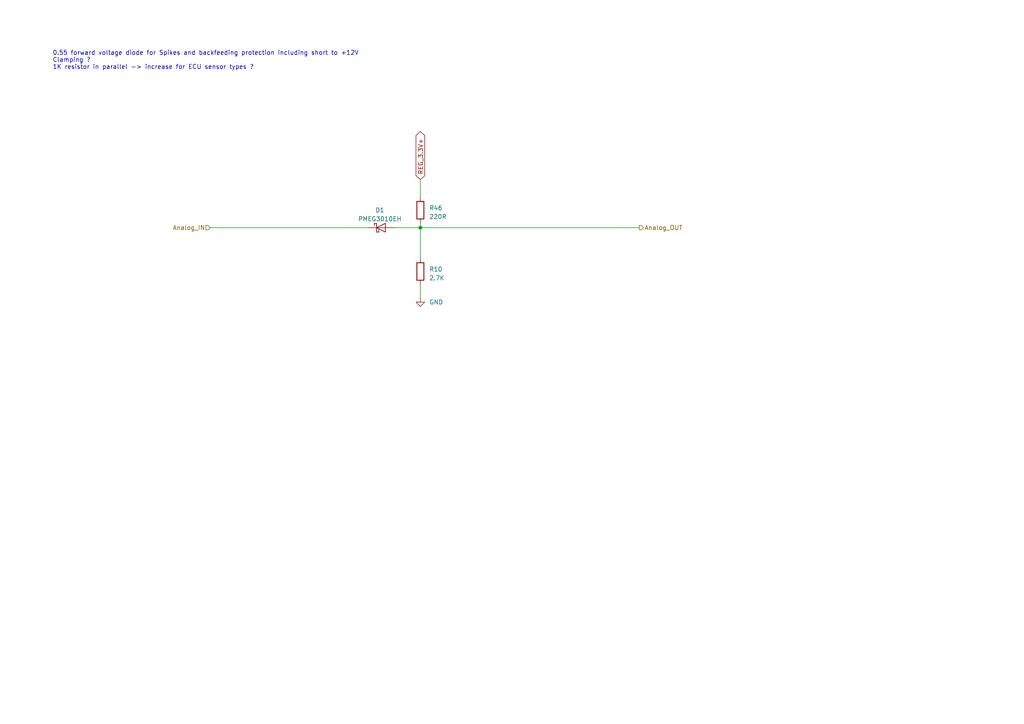
<source format=kicad_sch>
(kicad_sch (version 20230121) (generator eeschema)
  (paper "A4")
  (lib_symbols
    (symbol "Device:R" (pin_numbers hide) (pin_names (offset 0))
      (property "Reference" "R" (at 2.032 0 90))
      (property "Value" "R" (at 0 0 90))
      (symbol "R_0_1"
        (rectangle (start -1.016 -2.54) (end 1.016 2.54) (stroke (width 0.254)))
      )
      (symbol "R_1_1"
        (pin passive line (at 0 3.81 270) (length 1.27) (name "~") (number "1"))
        (pin passive line (at 0 -3.81 90) (length 1.27) (name "~") (number "2"))
      )
    )
    (symbol "Diode:PMEG3010EH" (pin_numbers hide) (pin_names hide)
      (property "Reference" "D" (at 0 2.54 0))
      (property "Value" "PMEG3010EH" (at 0 -2.54 0))
      (symbol "PMEG3010EH_0_1"
        (polyline (pts (xy 1.27 0) (xy -1.27 0)))
        (polyline (pts (xy 1.27 1.27) (xy 1.27 -1.27) (xy -1.27 0) (xy 1.27 1.27)) (stroke (width 0.2032)))
        (polyline (pts (xy -1.905 0.635) (xy -1.905 1.27) (xy -1.27 1.27) (xy -1.27 -1.27) (xy -0.635 -1.27) (xy -0.635 -0.635)) (stroke (width 0.2032)))
      )
      (symbol "PMEG3010EH_1_1"
        (pin passive line (at -3.81 0 0) (length 2.54) (name "K") (number "1"))
        (pin passive line (at 3.81 0 180) (length 2.54) (name "A") (number "2"))
      )
    )
    (symbol "power:GND" (power) (pin_names (offset 0))
      (property "Value" "GND" (at 0 -3.81 0))
      (symbol "GND_0_1"
        (polyline (pts (xy 0 0) (xy 0 -1.27) (xy 1.27 -1.27) (xy 0 -2.54) (xy -1.27 -1.27) (xy 0 -1.27)))
      )
      (symbol "GND_1_1"
        (pin power_in line (at 0 0 270) (length 0) hide (name "GND") (number "1"))
      )
    )
  )
  (junction (at 121.92 66.04))
  (wire (pts (xy 121.92 74.93) (xy 121.92 66.04)))
  (wire (pts (xy 121.92 82.55) (xy 121.92 86.36)))
  (wire (pts (xy 106.68 66.04) (xy 60.96 66.04)))
  (wire (pts (xy 121.92 64.77) (xy 121.92 66.04)))
  (wire (pts (xy 121.92 52.07) (xy 121.92 57.15)))
  (wire (pts (xy 121.92 66.04) (xy 114.3 66.04)))
  (wire (pts (xy 121.92 66.04) (xy 185.42 66.04)))
  (text "0.55 forward voltage diode for Spikes and backfeeding protection including short to +12V\nClamping ?\n1K resistor in parallel -> increase for ECU sensor types ?" (at 15.24 20.32 0) (effects (font (size 1.27 1.27)) (justify left bottom)))
  (global_label "REG_3.3V+" (shape bidirectional) (at 121.92 52.07 90) (property "Intersheetrefs" "${INTERSHEET_REFS}" (effects hide)))
  (hierarchical_label "Analog_OUT" (shape output) (at 185.42 66.04 0))
  (hierarchical_label "Analog_IN" (shape input) (at 60.96 66.04 180))
  (symbol (lib_id "Device:R") (at 121.92 60.96 0) (unit 1)
    (property "Reference" "R46" (at 124.46 60.325 0) (effects (justify left)))
    (property "Value" "220R" (at 124.46 62.865 0) (effects (justify left)))
    (instances (project "VXDash" (path "" (reference "R46") (unit 1)) (path "" (reference "R47") (unit 1)) (path "" (reference "R48") (unit 1)) (path "" (reference "R49") (unit 1)) (path "" (reference "R50") (unit 1)) (path "" (reference "R51") (unit 1)) (path "" (reference "R58") (unit 1))))
  )
  (symbol (lib_id "power:GND") (at 121.92 86.36 0) (unit 1)
    (property "Reference" "#PWR07" (effects hide))
    (property "Value" "GND" (at 124.46 87.6299 0) (effects (justify left)))
    (instances (project "DashSpy" (path "" (reference "#PWR07") (unit 1))) (project "VXDash" (path "" (reference "#PWR09") (unit 1)) (path "" (reference "#PWR053") (unit 1)) (path "" (reference "#PWR054") (unit 1)) (path "" (reference "#PWR055") (unit 1)) (path "" (reference "#PWR056") (unit 1)) (path "" (reference "#PWR057") (unit 1)) (path "" (reference "#PWR058") (unit 1)) (path "" (reference "#PWR063") (unit 1))))
  )
  (symbol (lib_id "Device:R") (at 121.92 78.74 0) (unit 1)
    (property "Reference" "R10" (at 124.46 78.105 0) (effects (justify left)))
    (property "Value" "2.7K" (at 124.46 80.645 0) (effects (justify left)))
    (property "Footprint" "Resistor_SMD:R_0805_2012Metric" (effects hide))
    (property "Datasheet" "https://www.seielect.com/Catalog/SEI-RMCF_RMCP.pdf" (effects hide))
    (property "Manufacturer_Name" "Stackpole Electronics Inc" (effects hide))
    (property "Manufacturer_Part_Number" "RMCF0805FT1K00" (effects hide))
    (property "Description" "RES 1K OHM 1% 1/8W 0805" (effects hide))
    (instances (project "DashSpy" (path "" (reference "R10") (unit 1)) (path "" (reference "R25") (unit 1)) (path "" (reference "R28") (unit 1)) (path "" (reference "R31") (unit 1)) (path "" (reference "R34") (unit 1)) (path "" (reference "R37") (unit 1)) (path "" (reference "R40") (unit 1)) (path "" (reference "R43") (unit 1)) (path "" (reference "R46") (unit 1)) (path "" (reference "R49") (unit 1)) (path "" (reference "R52") (unit 1))) (project "VXDash" (path "" (reference "R2") (unit 1)) (path "" (reference "R4") (unit 1)) (path "" (reference "R11") (unit 1)) (path "" (reference "R13") (unit 1)) (path "" (reference "R15") (unit 1)) (path "" (reference "R17") (unit 1)) (path "" (reference "R19") (unit 1)) (path "" (reference "R21") (unit 1)) (path "" (reference "R23") (unit 1)) (path "" (reference "R25") (unit 1)) (path "" (reference "R52") (unit 1)) (path "" (reference "R53") (unit 1)) (path "" (reference "R54") (unit 1)) (path "" (reference "R55") (unit 1)) (path "" (reference "R56") (unit 1)) (path "" (reference "R57") (unit 1)) (path "" (reference "R59") (unit 1))))
  )
  (symbol (lib_id "Diode:PMEG3010EH") (at 110.49 66.04 0) (unit 1)
    (property "Reference" "D1" (at 110.1725 60.96 0))
    (property "Value" "PMEG3010EH" (at 110.1725 63.5 0))
    (property "Footprint" "Diode_SMD:D_SOD-123F" (effects hide))
    (property "Datasheet" "https://assets.nexperia.com/documents/data-sheet/PMEG3010EH_EJ_ET.pdf" (effects hide))
    (instances (project "VXDash" (path "" (reference "D1") (unit 1)) (path "" (reference "D4") (unit 1)) (path "" (reference "D5") (unit 1)) (path "" (reference "D6") (unit 1)) (path "" (reference "D7") (unit 1)) (path "" (reference "D8") (unit 1)) (path "" (reference "D8") (unit 1))))
  )
)
</source>
